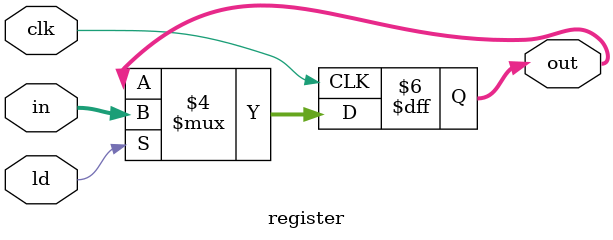
<source format=sv>
module register
	(
		input wire clk,
		input wire ld,
		input wire [7:0] in,
		output reg [7:0] out
	);

	always @(posedge clk) begin
		if(ld == 1'b1) begin
			out = in;
		end
	end

endmodule


</source>
